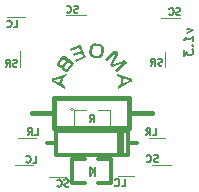
<source format=gbo>
G04 (created by PCBNEW (2013-may-18)-stable) date Sat 21 Nov 2015 10:06:46 AM EST*
%MOIN*%
G04 Gerber Fmt 3.4, Leading zero omitted, Abs format*
%FSLAX34Y34*%
G01*
G70*
G90*
G04 APERTURE LIST*
%ADD10C,0.00590551*%
%ADD11C,0.00393701*%
%ADD12C,0.015*%
%ADD13C,0.012*%
%ADD14C,0.011811*%
%ADD15C,0.00787402*%
%ADD16C,0.0039*%
%ADD17C,0.0001*%
G04 APERTURE END LIST*
G54D10*
X100955Y-41234D02*
X100921Y-41245D01*
X100865Y-41245D01*
X100842Y-41234D01*
X100831Y-41223D01*
X100820Y-41200D01*
X100820Y-41178D01*
X100831Y-41155D01*
X100842Y-41144D01*
X100865Y-41133D01*
X100910Y-41121D01*
X100932Y-41110D01*
X100943Y-41099D01*
X100955Y-41076D01*
X100955Y-41054D01*
X100943Y-41031D01*
X100932Y-41020D01*
X100910Y-41009D01*
X100853Y-41009D01*
X100820Y-41020D01*
X100583Y-41223D02*
X100595Y-41234D01*
X100628Y-41245D01*
X100651Y-41245D01*
X100685Y-41234D01*
X100707Y-41211D01*
X100718Y-41189D01*
X100730Y-41144D01*
X100730Y-41110D01*
X100718Y-41065D01*
X100707Y-41043D01*
X100685Y-41020D01*
X100651Y-41009D01*
X100628Y-41009D01*
X100595Y-41020D01*
X100583Y-41031D01*
G54D11*
X100953Y-41355D02*
X100303Y-41355D01*
X95550Y-45350D02*
X96150Y-45350D01*
G54D10*
X97933Y-44820D02*
X98012Y-44708D01*
X98068Y-44820D02*
X98068Y-44584D01*
X97978Y-44584D01*
X97956Y-44595D01*
X97945Y-44606D01*
X97933Y-44629D01*
X97933Y-44663D01*
X97945Y-44685D01*
X97956Y-44696D01*
X97978Y-44708D01*
X98068Y-44708D01*
G54D11*
X95600Y-42980D02*
X95600Y-42455D01*
X95185Y-41305D02*
X95765Y-41305D01*
X100440Y-42965D02*
X100440Y-42485D01*
X100450Y-45350D02*
X99900Y-45350D01*
X97135Y-46640D02*
X96560Y-46640D01*
X98870Y-46625D02*
X99395Y-46625D01*
G54D10*
X101167Y-41710D02*
X101377Y-41759D01*
X101167Y-41860D01*
X101377Y-42119D02*
X101377Y-41939D01*
X101377Y-42029D02*
X101062Y-42068D01*
X101107Y-42032D01*
X101137Y-41999D01*
X101152Y-41967D01*
X101347Y-42257D02*
X101362Y-42270D01*
X101377Y-42254D01*
X101362Y-42240D01*
X101347Y-42257D01*
X101377Y-42254D01*
X101062Y-42413D02*
X101062Y-42608D01*
X101182Y-42488D01*
X101182Y-42533D01*
X101197Y-42561D01*
X101212Y-42574D01*
X101242Y-42585D01*
X101317Y-42576D01*
X101347Y-42557D01*
X101362Y-42540D01*
X101377Y-42509D01*
X101377Y-42419D01*
X101362Y-42390D01*
X101347Y-42377D01*
G54D11*
X97803Y-41255D02*
X97153Y-41255D01*
X100625Y-46250D02*
X100000Y-46250D01*
X95425Y-46250D02*
X96025Y-46250D01*
G54D10*
X95500Y-42959D02*
X95466Y-42970D01*
X95410Y-42970D01*
X95387Y-42959D01*
X95376Y-42948D01*
X95365Y-42925D01*
X95365Y-42903D01*
X95376Y-42880D01*
X95387Y-42869D01*
X95410Y-42858D01*
X95455Y-42846D01*
X95477Y-42835D01*
X95488Y-42824D01*
X95500Y-42801D01*
X95500Y-42779D01*
X95488Y-42756D01*
X95477Y-42745D01*
X95455Y-42734D01*
X95398Y-42734D01*
X95365Y-42745D01*
X95128Y-42970D02*
X95207Y-42858D01*
X95263Y-42970D02*
X95263Y-42734D01*
X95173Y-42734D01*
X95151Y-42745D01*
X95140Y-42756D01*
X95128Y-42779D01*
X95128Y-42813D01*
X95140Y-42835D01*
X95151Y-42846D01*
X95173Y-42858D01*
X95263Y-42858D01*
X97530Y-41159D02*
X97496Y-41170D01*
X97440Y-41170D01*
X97417Y-41159D01*
X97406Y-41148D01*
X97395Y-41125D01*
X97395Y-41103D01*
X97406Y-41080D01*
X97417Y-41069D01*
X97440Y-41058D01*
X97485Y-41046D01*
X97507Y-41035D01*
X97518Y-41024D01*
X97530Y-41001D01*
X97530Y-40979D01*
X97518Y-40956D01*
X97507Y-40945D01*
X97485Y-40934D01*
X97428Y-40934D01*
X97395Y-40945D01*
X97158Y-41148D02*
X97170Y-41159D01*
X97203Y-41170D01*
X97226Y-41170D01*
X97260Y-41159D01*
X97282Y-41136D01*
X97293Y-41114D01*
X97305Y-41069D01*
X97305Y-41035D01*
X97293Y-40990D01*
X97282Y-40968D01*
X97260Y-40945D01*
X97226Y-40934D01*
X97203Y-40934D01*
X97170Y-40945D01*
X97158Y-40956D01*
X100205Y-46134D02*
X100171Y-46145D01*
X100115Y-46145D01*
X100092Y-46134D01*
X100081Y-46123D01*
X100070Y-46100D01*
X100070Y-46078D01*
X100081Y-46055D01*
X100092Y-46044D01*
X100115Y-46033D01*
X100160Y-46021D01*
X100182Y-46010D01*
X100193Y-45999D01*
X100205Y-45976D01*
X100205Y-45954D01*
X100193Y-45931D01*
X100182Y-45920D01*
X100160Y-45909D01*
X100103Y-45909D01*
X100070Y-45920D01*
X99833Y-46123D02*
X99845Y-46134D01*
X99878Y-46145D01*
X99901Y-46145D01*
X99935Y-46134D01*
X99957Y-46111D01*
X99968Y-46089D01*
X99980Y-46044D01*
X99980Y-46010D01*
X99968Y-45965D01*
X99957Y-45943D01*
X99935Y-45920D01*
X99901Y-45909D01*
X99878Y-45909D01*
X99845Y-45920D01*
X99833Y-45931D01*
X98991Y-46945D02*
X99103Y-46945D01*
X99103Y-46709D01*
X98777Y-46923D02*
X98788Y-46934D01*
X98822Y-46945D01*
X98845Y-46945D01*
X98878Y-46934D01*
X98901Y-46911D01*
X98912Y-46889D01*
X98923Y-46844D01*
X98923Y-46810D01*
X98912Y-46765D01*
X98901Y-46743D01*
X98878Y-46720D01*
X98845Y-46709D01*
X98822Y-46709D01*
X98788Y-46720D01*
X98777Y-46731D01*
X96031Y-46170D02*
X96143Y-46170D01*
X96143Y-45934D01*
X95817Y-46148D02*
X95828Y-46159D01*
X95862Y-46170D01*
X95885Y-46170D01*
X95918Y-46159D01*
X95941Y-46136D01*
X95952Y-46114D01*
X95963Y-46069D01*
X95963Y-46035D01*
X95952Y-45990D01*
X95941Y-45968D01*
X95918Y-45945D01*
X95885Y-45934D01*
X95862Y-45934D01*
X95828Y-45945D01*
X95817Y-45956D01*
X100031Y-45245D02*
X100143Y-45245D01*
X100143Y-45009D01*
X99817Y-45245D02*
X99896Y-45133D01*
X99952Y-45245D02*
X99952Y-45009D01*
X99862Y-45009D01*
X99840Y-45020D01*
X99828Y-45031D01*
X99817Y-45054D01*
X99817Y-45088D01*
X99828Y-45110D01*
X99840Y-45121D01*
X99862Y-45133D01*
X99952Y-45133D01*
X100350Y-42924D02*
X100316Y-42935D01*
X100260Y-42935D01*
X100237Y-42924D01*
X100226Y-42913D01*
X100215Y-42890D01*
X100215Y-42868D01*
X100226Y-42845D01*
X100237Y-42834D01*
X100260Y-42823D01*
X100305Y-42811D01*
X100327Y-42800D01*
X100338Y-42789D01*
X100350Y-42766D01*
X100350Y-42744D01*
X100338Y-42721D01*
X100327Y-42710D01*
X100305Y-42699D01*
X100248Y-42699D01*
X100215Y-42710D01*
X99978Y-42935D02*
X100057Y-42823D01*
X100113Y-42935D02*
X100113Y-42699D01*
X100023Y-42699D01*
X100001Y-42710D01*
X99990Y-42721D01*
X99978Y-42744D01*
X99978Y-42778D01*
X99990Y-42800D01*
X100001Y-42811D01*
X100023Y-42823D01*
X100113Y-42823D01*
X97225Y-46954D02*
X97191Y-46965D01*
X97135Y-46965D01*
X97112Y-46954D01*
X97101Y-46943D01*
X97090Y-46920D01*
X97090Y-46898D01*
X97101Y-46875D01*
X97112Y-46864D01*
X97135Y-46853D01*
X97180Y-46841D01*
X97202Y-46830D01*
X97213Y-46819D01*
X97225Y-46796D01*
X97225Y-46774D01*
X97213Y-46751D01*
X97202Y-46740D01*
X97180Y-46729D01*
X97123Y-46729D01*
X97090Y-46740D01*
X96853Y-46943D02*
X96865Y-46954D01*
X96898Y-46965D01*
X96921Y-46965D01*
X96955Y-46954D01*
X96977Y-46931D01*
X96988Y-46909D01*
X97000Y-46864D01*
X97000Y-46830D01*
X96988Y-46785D01*
X96977Y-46763D01*
X96955Y-46740D01*
X96921Y-46729D01*
X96898Y-46729D01*
X96865Y-46740D01*
X96853Y-46751D01*
X95401Y-41660D02*
X95513Y-41660D01*
X95513Y-41424D01*
X95187Y-41638D02*
X95198Y-41649D01*
X95232Y-41660D01*
X95255Y-41660D01*
X95288Y-41649D01*
X95311Y-41626D01*
X95322Y-41604D01*
X95333Y-41559D01*
X95333Y-41525D01*
X95322Y-41480D01*
X95311Y-41458D01*
X95288Y-41435D01*
X95255Y-41424D01*
X95232Y-41424D01*
X95198Y-41435D01*
X95187Y-41446D01*
X96081Y-45245D02*
X96193Y-45245D01*
X96193Y-45009D01*
X95867Y-45245D02*
X95946Y-45133D01*
X96002Y-45245D02*
X96002Y-45009D01*
X95912Y-45009D01*
X95890Y-45020D01*
X95878Y-45031D01*
X95867Y-45054D01*
X95867Y-45088D01*
X95878Y-45110D01*
X95890Y-45121D01*
X95912Y-45133D01*
X96002Y-45133D01*
G54D12*
X96750Y-45000D02*
X99250Y-45000D01*
X99250Y-45000D02*
X99250Y-44000D01*
X99250Y-44000D02*
X96750Y-44000D01*
X96750Y-44000D02*
X96750Y-45000D01*
X100000Y-44500D02*
X99250Y-44500D01*
X96000Y-44500D02*
X96750Y-44500D01*
G54D13*
X99500Y-45500D02*
X99200Y-45500D01*
X99200Y-45500D02*
X99200Y-45900D01*
X99200Y-45900D02*
X96800Y-45900D01*
X96800Y-45900D02*
X96800Y-45500D01*
X96800Y-45500D02*
X96500Y-45500D01*
X96800Y-45500D02*
X96800Y-45100D01*
X96800Y-45100D02*
X99200Y-45100D01*
X99200Y-45100D02*
X99200Y-45500D01*
X99000Y-45900D02*
X99000Y-45100D01*
X98900Y-45100D02*
X98900Y-45900D01*
G54D14*
X98207Y-46850D02*
X98650Y-46850D01*
X98650Y-46850D02*
X98650Y-46050D01*
X98650Y-46050D02*
X98207Y-46050D01*
X97781Y-46850D02*
X97350Y-46850D01*
X97350Y-46850D02*
X97350Y-46050D01*
X97350Y-46050D02*
X97781Y-46050D01*
G54D15*
X98100Y-46600D02*
X98100Y-46300D01*
X97925Y-46600D02*
X97925Y-46300D01*
X97925Y-46300D02*
X98075Y-46450D01*
X98075Y-46450D02*
X97925Y-46600D01*
G54D16*
X97400Y-44400D02*
G75*
G03X97400Y-44400I-50J0D01*
G74*
G01*
X97800Y-44400D02*
X97400Y-44400D01*
X97400Y-44400D02*
X97400Y-45000D01*
X97400Y-45000D02*
X97800Y-45000D01*
X98200Y-45000D02*
X98600Y-45000D01*
X98600Y-45000D02*
X98600Y-44400D01*
X98600Y-44400D02*
X98200Y-44400D01*
G54D17*
G36*
X98884Y-43705D02*
X99233Y-43435D01*
X99239Y-43432D01*
X99245Y-43429D01*
X99250Y-43425D01*
X99251Y-43420D01*
X99249Y-43416D01*
X99243Y-43413D01*
X99237Y-43410D01*
X99231Y-43408D01*
X99035Y-43349D01*
X99050Y-43527D01*
X99233Y-43435D01*
X98884Y-43705D01*
X98876Y-43612D01*
X98990Y-43555D01*
X98971Y-43331D01*
X98849Y-43294D01*
X98841Y-43201D01*
X99274Y-43341D01*
X99282Y-43344D01*
X99290Y-43348D01*
X99297Y-43351D01*
X99303Y-43355D01*
X99308Y-43359D01*
X99313Y-43363D01*
X99317Y-43368D01*
X99321Y-43373D01*
X99325Y-43380D01*
X99328Y-43387D01*
X99330Y-43395D01*
X99332Y-43404D01*
X99333Y-43413D01*
X99333Y-43422D01*
X99333Y-43430D01*
X99333Y-43437D01*
X99332Y-43444D01*
X99330Y-43451D01*
X99328Y-43457D01*
X99325Y-43462D01*
X99322Y-43467D01*
X99318Y-43472D01*
X99313Y-43476D01*
X99308Y-43481D01*
X99302Y-43485D01*
X99295Y-43490D01*
X99287Y-43494D01*
X98884Y-43705D01*
X98884Y-43705D01*
G37*
G36*
X98786Y-42565D02*
X98788Y-42561D01*
X98790Y-42555D01*
X98791Y-42550D01*
X98790Y-42546D01*
X98785Y-42545D01*
X98780Y-42546D01*
X98774Y-42550D01*
X98506Y-42795D01*
X98447Y-42730D01*
X98752Y-42455D01*
X98759Y-42449D01*
X98766Y-42445D01*
X98773Y-42442D01*
X98780Y-42439D01*
X98787Y-42438D01*
X98794Y-42438D01*
X98801Y-42439D01*
X98808Y-42442D01*
X98815Y-42444D01*
X98822Y-42448D01*
X98829Y-42452D01*
X98835Y-42457D01*
X98842Y-42463D01*
X98848Y-42470D01*
X98853Y-42476D01*
X98858Y-42482D01*
X98863Y-42489D01*
X98866Y-42496D01*
X98869Y-42503D01*
X98871Y-42511D01*
X98872Y-42517D01*
X98872Y-42524D01*
X98872Y-42531D01*
X98871Y-42538D01*
X98870Y-42544D01*
X98868Y-42550D01*
X98865Y-42556D01*
X98862Y-42563D01*
X98858Y-42571D01*
X98708Y-42869D01*
X98705Y-42876D01*
X98703Y-42882D01*
X98703Y-42887D01*
X98704Y-42890D01*
X98707Y-42892D01*
X98712Y-42892D01*
X98718Y-42890D01*
X98725Y-42888D01*
X99037Y-42769D01*
X99043Y-42766D01*
X99049Y-42765D01*
X99055Y-42763D01*
X99061Y-42761D01*
X99069Y-42760D01*
X99078Y-42759D01*
X99086Y-42760D01*
X99092Y-42760D01*
X99098Y-42762D01*
X99105Y-42764D01*
X99111Y-42768D01*
X99116Y-42771D01*
X99121Y-42774D01*
X99126Y-42779D01*
X99131Y-42784D01*
X99137Y-42789D01*
X99140Y-42793D01*
X99143Y-42797D01*
X99148Y-42804D01*
X99151Y-42808D01*
X99154Y-42814D01*
X99157Y-42820D01*
X99159Y-42826D01*
X99161Y-42833D01*
X99162Y-42840D01*
X99162Y-42848D01*
X99161Y-42856D01*
X99159Y-42862D01*
X99157Y-42868D01*
X99153Y-42874D01*
X99148Y-42880D01*
X99142Y-42886D01*
X98837Y-43162D01*
X98778Y-43096D01*
X99049Y-42854D01*
X99054Y-42849D01*
X99056Y-42844D01*
X99054Y-42839D01*
X99051Y-42838D01*
X99045Y-42838D01*
X99040Y-42840D01*
X99035Y-42841D01*
X98724Y-42961D01*
X98717Y-42964D01*
X98710Y-42967D01*
X98703Y-42969D01*
X98696Y-42971D01*
X98689Y-42972D01*
X98681Y-42972D01*
X98674Y-42972D01*
X98667Y-42970D01*
X98660Y-42967D01*
X98655Y-42964D01*
X98649Y-42960D01*
X98644Y-42955D01*
X98638Y-42949D01*
X98633Y-42944D01*
X98629Y-42938D01*
X98626Y-42933D01*
X98624Y-42927D01*
X98621Y-42921D01*
X98620Y-42914D01*
X98620Y-42907D01*
X98620Y-42900D01*
X98622Y-42893D01*
X98624Y-42886D01*
X98627Y-42881D01*
X98629Y-42875D01*
X98632Y-42869D01*
X98635Y-42862D01*
X98786Y-42565D01*
X98786Y-42565D01*
G37*
G36*
X98195Y-42203D02*
X98202Y-42204D01*
X98289Y-42314D01*
X98284Y-42309D01*
X98278Y-42304D01*
X98272Y-42299D01*
X98266Y-42295D01*
X98259Y-42292D01*
X98252Y-42289D01*
X98245Y-42286D01*
X98238Y-42284D01*
X98231Y-42282D01*
X98224Y-42280D01*
X98216Y-42278D01*
X98209Y-42276D01*
X98201Y-42275D01*
X98193Y-42273D01*
X98185Y-42272D01*
X98177Y-42271D01*
X98170Y-42270D01*
X98162Y-42269D01*
X98154Y-42269D01*
X98147Y-42268D01*
X98139Y-42268D01*
X98132Y-42268D01*
X98124Y-42268D01*
X98117Y-42269D01*
X98109Y-42269D01*
X98101Y-42271D01*
X98094Y-42273D01*
X98087Y-42275D01*
X98080Y-42278D01*
X98073Y-42282D01*
X98066Y-42287D01*
X98060Y-42292D01*
X98056Y-42296D01*
X98052Y-42301D01*
X98047Y-42307D01*
X98044Y-42312D01*
X98041Y-42317D01*
X98037Y-42324D01*
X98034Y-42331D01*
X98032Y-42337D01*
X98030Y-42343D01*
X98027Y-42351D01*
X98025Y-42358D01*
X98023Y-42367D01*
X98021Y-42373D01*
X98020Y-42379D01*
X98018Y-42386D01*
X98017Y-42393D01*
X98015Y-42401D01*
X98014Y-42409D01*
X98013Y-42417D01*
X98012Y-42426D01*
X98010Y-42435D01*
X98010Y-42443D01*
X98009Y-42451D01*
X98008Y-42459D01*
X98008Y-42466D01*
X98008Y-42475D01*
X98008Y-42482D01*
X98008Y-42490D01*
X98008Y-42497D01*
X98009Y-42503D01*
X98010Y-42511D01*
X98011Y-42518D01*
X98012Y-42525D01*
X98014Y-42530D01*
X98016Y-42538D01*
X98019Y-42544D01*
X98022Y-42550D01*
X98027Y-42557D01*
X98032Y-42563D01*
X98037Y-42569D01*
X98043Y-42574D01*
X98049Y-42579D01*
X98056Y-42583D01*
X98063Y-42587D01*
X98070Y-42590D01*
X98078Y-42593D01*
X98085Y-42596D01*
X98093Y-42598D01*
X98102Y-42600D01*
X98108Y-42601D01*
X98115Y-42602D01*
X98122Y-42604D01*
X98129Y-42605D01*
X98136Y-42606D01*
X98143Y-42607D01*
X98150Y-42608D01*
X98157Y-42609D01*
X98164Y-42610D01*
X98171Y-42610D01*
X98179Y-42611D01*
X98188Y-42611D01*
X98196Y-42610D01*
X98204Y-42610D01*
X98212Y-42609D01*
X98219Y-42607D01*
X98227Y-42605D01*
X98234Y-42603D01*
X98241Y-42599D01*
X98248Y-42595D01*
X98254Y-42591D01*
X98260Y-42585D01*
X98265Y-42581D01*
X98269Y-42575D01*
X98274Y-42570D01*
X98277Y-42564D01*
X98280Y-42559D01*
X98283Y-42552D01*
X98286Y-42545D01*
X98289Y-42539D01*
X98291Y-42532D01*
X98294Y-42525D01*
X98296Y-42518D01*
X98298Y-42510D01*
X98300Y-42504D01*
X98301Y-42497D01*
X98303Y-42491D01*
X98304Y-42484D01*
X98305Y-42476D01*
X98306Y-42469D01*
X98308Y-42461D01*
X98308Y-42461D01*
X98309Y-42451D01*
X98310Y-42442D01*
X98311Y-42433D01*
X98312Y-42425D01*
X98313Y-42417D01*
X98313Y-42409D01*
X98313Y-42402D01*
X98313Y-42395D01*
X98313Y-42389D01*
X98313Y-42383D01*
X98313Y-42377D01*
X98311Y-42369D01*
X98310Y-42360D01*
X98308Y-42353D01*
X98306Y-42346D01*
X98304Y-42339D01*
X98301Y-42333D01*
X98298Y-42327D01*
X98294Y-42320D01*
X98289Y-42314D01*
X98202Y-42204D01*
X98209Y-42205D01*
X98217Y-42206D01*
X98224Y-42207D01*
X98232Y-42209D01*
X98240Y-42210D01*
X98248Y-42212D01*
X98256Y-42213D01*
X98264Y-42215D01*
X98272Y-42217D01*
X98280Y-42220D01*
X98288Y-42223D01*
X98294Y-42225D01*
X98301Y-42228D01*
X98308Y-42231D01*
X98314Y-42234D01*
X98321Y-42237D01*
X98327Y-42240D01*
X98334Y-42244D01*
X98340Y-42248D01*
X98345Y-42252D01*
X98351Y-42257D01*
X98357Y-42262D01*
X98362Y-42267D01*
X98367Y-42273D01*
X98372Y-42279D01*
X98376Y-42285D01*
X98380Y-42291D01*
X98384Y-42297D01*
X98387Y-42304D01*
X98390Y-42310D01*
X98393Y-42317D01*
X98395Y-42324D01*
X98397Y-42331D01*
X98399Y-42338D01*
X98400Y-42345D01*
X98402Y-42352D01*
X98403Y-42359D01*
X98403Y-42367D01*
X98404Y-42374D01*
X98404Y-42381D01*
X98405Y-42388D01*
X98405Y-42396D01*
X98405Y-42403D01*
X98404Y-42410D01*
X98404Y-42418D01*
X98403Y-42425D01*
X98402Y-42433D01*
X98401Y-42442D01*
X98401Y-42450D01*
X98399Y-42458D01*
X98398Y-42466D01*
X98397Y-42474D01*
X98396Y-42481D01*
X98395Y-42488D01*
X98394Y-42495D01*
X98393Y-42502D01*
X98391Y-42510D01*
X98390Y-42518D01*
X98389Y-42525D01*
X98387Y-42532D01*
X98385Y-42539D01*
X98383Y-42546D01*
X98381Y-42553D01*
X98379Y-42560D01*
X98377Y-42567D01*
X98374Y-42574D01*
X98371Y-42581D01*
X98368Y-42588D01*
X98365Y-42595D01*
X98361Y-42601D01*
X98358Y-42608D01*
X98354Y-42614D01*
X98349Y-42621D01*
X98344Y-42627D01*
X98339Y-42633D01*
X98334Y-42638D01*
X98328Y-42644D01*
X98322Y-42649D01*
X98316Y-42653D01*
X98310Y-42658D01*
X98303Y-42662D01*
X98297Y-42665D01*
X98290Y-42668D01*
X98284Y-42671D01*
X98277Y-42673D01*
X98270Y-42675D01*
X98263Y-42677D01*
X98255Y-42679D01*
X98248Y-42680D01*
X98241Y-42681D01*
X98234Y-42682D01*
X98227Y-42682D01*
X98219Y-42683D01*
X98211Y-42683D01*
X98203Y-42683D01*
X98194Y-42683D01*
X98186Y-42682D01*
X98178Y-42682D01*
X98170Y-42681D01*
X98162Y-42680D01*
X98154Y-42679D01*
X98146Y-42678D01*
X98139Y-42677D01*
X98132Y-42676D01*
X98125Y-42675D01*
X98118Y-42674D01*
X98111Y-42673D01*
X98104Y-42672D01*
X98097Y-42670D01*
X98089Y-42669D01*
X98081Y-42668D01*
X98073Y-42666D01*
X98065Y-42664D01*
X98057Y-42662D01*
X98049Y-42660D01*
X98041Y-42658D01*
X98033Y-42655D01*
X98026Y-42653D01*
X98019Y-42650D01*
X98012Y-42647D01*
X98006Y-42644D01*
X97999Y-42641D01*
X97993Y-42637D01*
X97987Y-42634D01*
X97981Y-42630D01*
X97975Y-42625D01*
X97969Y-42621D01*
X97963Y-42616D01*
X97958Y-42610D01*
X97953Y-42605D01*
X97948Y-42599D01*
X97944Y-42593D01*
X97940Y-42587D01*
X97937Y-42581D01*
X97933Y-42575D01*
X97930Y-42568D01*
X97928Y-42561D01*
X97926Y-42554D01*
X97924Y-42547D01*
X97922Y-42540D01*
X97921Y-42533D01*
X97919Y-42526D01*
X97918Y-42519D01*
X97918Y-42511D01*
X97917Y-42504D01*
X97917Y-42497D01*
X97916Y-42489D01*
X97916Y-42482D01*
X97917Y-42475D01*
X97917Y-42467D01*
X97917Y-42460D01*
X97918Y-42453D01*
X97919Y-42444D01*
X97919Y-42436D01*
X97920Y-42428D01*
X97921Y-42420D01*
X97922Y-42412D01*
X97923Y-42404D01*
X97924Y-42396D01*
X97926Y-42389D01*
X97927Y-42381D01*
X97928Y-42373D01*
X97930Y-42364D01*
X97932Y-42356D01*
X97933Y-42349D01*
X97935Y-42341D01*
X97937Y-42334D01*
X97939Y-42327D01*
X97941Y-42320D01*
X97944Y-42313D01*
X97946Y-42306D01*
X97949Y-42299D01*
X97952Y-42292D01*
X97955Y-42286D01*
X97958Y-42279D01*
X97962Y-42273D01*
X97965Y-42267D01*
X97969Y-42260D01*
X97973Y-42254D01*
X97978Y-42249D01*
X97982Y-42243D01*
X97987Y-42238D01*
X97992Y-42233D01*
X97998Y-42229D01*
X98004Y-42224D01*
X98010Y-42220D01*
X98016Y-42216D01*
X98023Y-42213D01*
X98030Y-42209D01*
X98037Y-42207D01*
X98044Y-42204D01*
X98051Y-42202D01*
X98058Y-42201D01*
X98065Y-42199D01*
X98072Y-42198D01*
X98079Y-42197D01*
X98086Y-42196D01*
X98094Y-42195D01*
X98101Y-42195D01*
X98109Y-42195D01*
X98118Y-42195D01*
X98126Y-42195D01*
X98134Y-42195D01*
X98142Y-42196D01*
X98151Y-42197D01*
X98158Y-42198D01*
X98166Y-42199D01*
X98174Y-42200D01*
X98181Y-42201D01*
X98188Y-42202D01*
X98195Y-42203D01*
X98195Y-42203D01*
X98195Y-42203D01*
G37*
G36*
X97473Y-42811D02*
X97445Y-42747D01*
X97673Y-42647D01*
X97679Y-42645D01*
X97685Y-42642D01*
X97690Y-42639D01*
X97695Y-42635D01*
X97698Y-42630D01*
X97700Y-42624D01*
X97700Y-42618D01*
X97697Y-42611D01*
X97654Y-42510D01*
X97400Y-42621D01*
X97372Y-42557D01*
X97626Y-42446D01*
X97588Y-42360D01*
X97586Y-42355D01*
X97583Y-42350D01*
X97578Y-42346D01*
X97572Y-42342D01*
X97566Y-42341D01*
X97560Y-42342D01*
X97553Y-42344D01*
X97548Y-42346D01*
X97317Y-42447D01*
X97289Y-42382D01*
X97563Y-42263D01*
X97569Y-42260D01*
X97576Y-42258D01*
X97583Y-42256D01*
X97591Y-42253D01*
X97598Y-42252D01*
X97606Y-42252D01*
X97614Y-42254D01*
X97621Y-42257D01*
X97627Y-42260D01*
X97631Y-42263D01*
X97636Y-42267D01*
X97641Y-42272D01*
X97645Y-42277D01*
X97649Y-42283D01*
X97653Y-42289D01*
X97656Y-42295D01*
X97788Y-42598D01*
X97790Y-42604D01*
X97793Y-42611D01*
X97795Y-42618D01*
X97797Y-42625D01*
X97798Y-42633D01*
X97798Y-42640D01*
X97796Y-42648D01*
X97794Y-42655D01*
X97790Y-42662D01*
X97787Y-42668D01*
X97782Y-42673D01*
X97776Y-42677D01*
X97770Y-42680D01*
X97764Y-42684D01*
X97758Y-42687D01*
X97751Y-42690D01*
X97473Y-42811D01*
X97473Y-42811D01*
X97473Y-42811D01*
G37*
G36*
X97004Y-42629D02*
X97068Y-42705D01*
X97064Y-42702D01*
X97059Y-42700D01*
X97054Y-42698D01*
X97048Y-42698D01*
X97042Y-42699D01*
X97038Y-42702D01*
X97035Y-42706D01*
X97031Y-42711D01*
X96946Y-42827D01*
X96942Y-42833D01*
X96938Y-42839D01*
X96934Y-42846D01*
X96931Y-42853D01*
X96930Y-42860D01*
X96930Y-42869D01*
X96932Y-42876D01*
X96935Y-42883D01*
X96939Y-42889D01*
X96944Y-42895D01*
X96950Y-42901D01*
X96956Y-42907D01*
X96962Y-42911D01*
X96969Y-42916D01*
X96976Y-42920D01*
X96982Y-42924D01*
X96987Y-42926D01*
X96992Y-42928D01*
X97000Y-42930D01*
X97006Y-42931D01*
X97013Y-42930D01*
X97020Y-42928D01*
X97026Y-42925D01*
X97031Y-42922D01*
X97035Y-42917D01*
X97039Y-42912D01*
X97044Y-42907D01*
X97048Y-42902D01*
X97148Y-42764D01*
X97068Y-42705D01*
X97068Y-42705D01*
X97004Y-42629D01*
X97205Y-42805D01*
X97099Y-42950D01*
X97095Y-42956D01*
X97091Y-42963D01*
X97089Y-42969D01*
X97087Y-42974D01*
X97086Y-42980D01*
X97086Y-42988D01*
X97086Y-42994D01*
X97087Y-42999D01*
X97089Y-43004D01*
X97092Y-43010D01*
X97096Y-43015D01*
X97101Y-43019D01*
X97108Y-43026D01*
X97114Y-43031D01*
X97119Y-43035D01*
X97126Y-43040D01*
X97133Y-43044D01*
X97141Y-43048D01*
X97147Y-43050D01*
X97153Y-43052D01*
X97159Y-43053D01*
X97165Y-43053D01*
X97172Y-43052D01*
X97179Y-43050D01*
X97186Y-43046D01*
X97191Y-43042D01*
X97196Y-43036D01*
X97201Y-43031D01*
X97205Y-43026D01*
X97208Y-43022D01*
X97290Y-42910D01*
X97294Y-42905D01*
X97298Y-42898D01*
X97301Y-42890D01*
X97301Y-42883D01*
X97299Y-42878D01*
X97296Y-42874D01*
X97293Y-42870D01*
X97288Y-42866D01*
X97282Y-42862D01*
X97205Y-42805D01*
X97205Y-42805D01*
X97004Y-42629D01*
X97008Y-42624D01*
X97012Y-42620D01*
X97017Y-42615D01*
X97022Y-42610D01*
X97028Y-42606D01*
X97034Y-42604D01*
X97041Y-42602D01*
X97049Y-42600D01*
X97055Y-42601D01*
X97061Y-42601D01*
X97067Y-42603D01*
X97074Y-42604D01*
X97080Y-42607D01*
X97086Y-42610D01*
X97091Y-42613D01*
X97097Y-42617D01*
X97366Y-42814D01*
X97373Y-42820D01*
X97379Y-42826D01*
X97384Y-42832D01*
X97388Y-42838D01*
X97391Y-42845D01*
X97393Y-42851D01*
X97394Y-42855D01*
X97396Y-42863D01*
X97396Y-42870D01*
X97395Y-42877D01*
X97393Y-42883D01*
X97391Y-42889D01*
X97387Y-42895D01*
X97384Y-42900D01*
X97380Y-42906D01*
X97376Y-42911D01*
X97372Y-42917D01*
X97240Y-43097D01*
X97236Y-43103D01*
X97232Y-43109D01*
X97227Y-43114D01*
X97222Y-43120D01*
X97217Y-43125D01*
X97212Y-43130D01*
X97206Y-43134D01*
X97199Y-43138D01*
X97192Y-43142D01*
X97186Y-43144D01*
X97180Y-43146D01*
X97173Y-43147D01*
X97165Y-43148D01*
X97157Y-43149D01*
X97149Y-43149D01*
X97141Y-43148D01*
X97133Y-43146D01*
X97126Y-43144D01*
X97119Y-43142D01*
X97112Y-43138D01*
X97105Y-43134D01*
X97098Y-43130D01*
X97090Y-43125D01*
X97084Y-43121D01*
X97077Y-43116D01*
X97071Y-43112D01*
X97065Y-43108D01*
X97060Y-43104D01*
X97054Y-43099D01*
X97049Y-43095D01*
X97043Y-43090D01*
X97038Y-43085D01*
X97033Y-43079D01*
X97029Y-43073D01*
X97025Y-43067D01*
X97021Y-43060D01*
X97019Y-43053D01*
X97016Y-43045D01*
X97015Y-43039D01*
X97015Y-43032D01*
X97016Y-43025D01*
X97016Y-43018D01*
X97018Y-43010D01*
X97020Y-43003D01*
X97023Y-42996D01*
X97027Y-42989D01*
X97025Y-42987D01*
X97019Y-42993D01*
X97012Y-42998D01*
X97005Y-43002D01*
X97000Y-43005D01*
X96994Y-43007D01*
X96987Y-43008D01*
X96979Y-43009D01*
X96971Y-43009D01*
X96964Y-43008D01*
X96957Y-43008D01*
X96950Y-43006D01*
X96944Y-43004D01*
X96938Y-43002D01*
X96931Y-42998D01*
X96924Y-42994D01*
X96918Y-42990D01*
X96911Y-42986D01*
X96905Y-42982D01*
X96899Y-42977D01*
X96892Y-42972D01*
X96886Y-42966D01*
X96881Y-42962D01*
X96876Y-42957D01*
X96871Y-42952D01*
X96867Y-42947D01*
X96862Y-42942D01*
X96858Y-42936D01*
X96854Y-42931D01*
X96851Y-42925D01*
X96848Y-42919D01*
X96845Y-42912D01*
X96843Y-42906D01*
X96842Y-42899D01*
X96841Y-42892D01*
X96841Y-42886D01*
X96841Y-42880D01*
X96842Y-42874D01*
X96843Y-42866D01*
X96845Y-42858D01*
X96848Y-42851D01*
X96850Y-42844D01*
X96854Y-42837D01*
X96858Y-42830D01*
X96862Y-42825D01*
X96865Y-42819D01*
X96869Y-42814D01*
X97004Y-42629D01*
X97004Y-42629D01*
X97004Y-42629D01*
G37*
G36*
X97158Y-43201D02*
X96768Y-43408D01*
X96762Y-43410D01*
X96756Y-43412D01*
X96750Y-43416D01*
X96748Y-43420D01*
X96749Y-43424D01*
X96754Y-43428D01*
X96760Y-43432D01*
X96766Y-43435D01*
X96949Y-43527D01*
X96964Y-43348D01*
X96768Y-43408D01*
X96768Y-43408D01*
X97158Y-43201D01*
X97150Y-43294D01*
X97028Y-43331D01*
X97009Y-43555D01*
X97123Y-43612D01*
X97115Y-43705D01*
X96712Y-43494D01*
X96704Y-43489D01*
X96697Y-43485D01*
X96691Y-43480D01*
X96686Y-43475D01*
X96681Y-43470D01*
X96677Y-43465D01*
X96674Y-43460D01*
X96671Y-43454D01*
X96668Y-43447D01*
X96667Y-43440D01*
X96666Y-43431D01*
X96666Y-43422D01*
X96666Y-43413D01*
X96667Y-43404D01*
X96668Y-43396D01*
X96670Y-43389D01*
X96673Y-43382D01*
X96675Y-43376D01*
X96678Y-43371D01*
X96682Y-43366D01*
X96686Y-43362D01*
X96691Y-43358D01*
X96696Y-43354D01*
X96702Y-43350D01*
X96709Y-43347D01*
X96717Y-43344D01*
X96725Y-43341D01*
X97158Y-43201D01*
X97158Y-43201D01*
X97158Y-43201D01*
G37*
M02*

</source>
